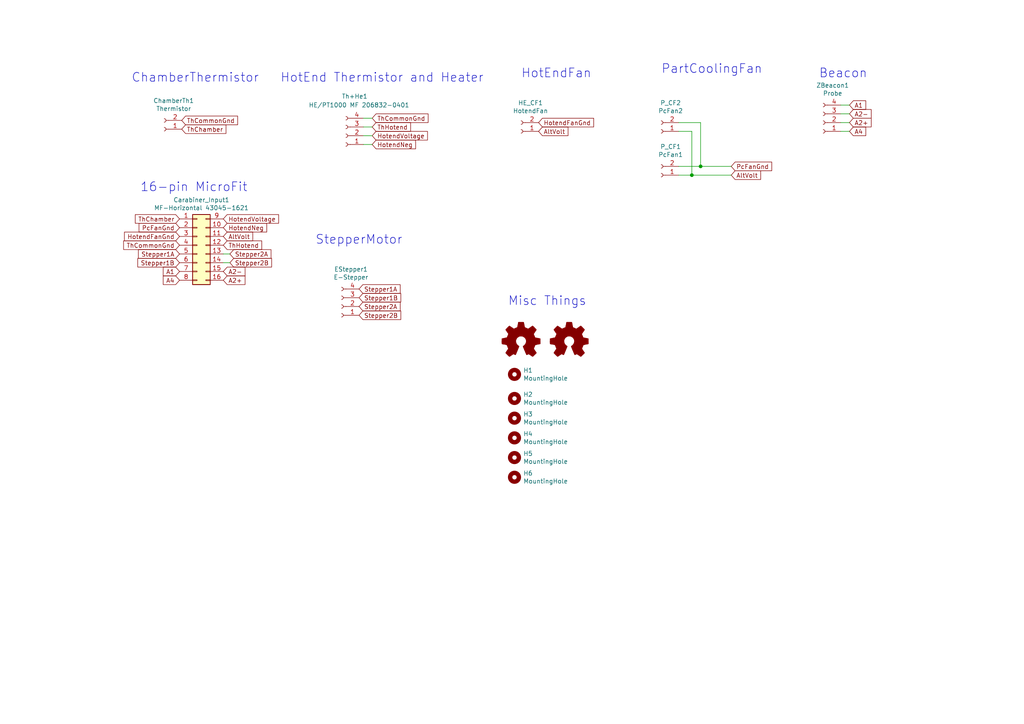
<source format=kicad_sch>
(kicad_sch (version 20211123) (generator eeschema)
  (paper "A4")
  (lib_symbols
    (symbol "Connector:Conn_01x02_Female" (pin_names (offset 1.016) hide)
      (property "Reference" "J" (at 0 2.54 0))
      (property "Value" "Conn_01x02_Female" (at 0 -5.08 0))
      (symbol "Conn_01x02_Female_1_1"
        (arc (start 0 -2.032) (mid -0.508 -2.54) (end 0 -3.048) (stroke (width 0.1524)))
        (polyline (pts (xy -1.27 -2.54) (xy -0.508 -2.54)) (stroke (width 0.1524)))
        (polyline (pts (xy -1.27 0) (xy -0.508 0)) (stroke (width 0.1524)))
        (arc (start 0 0.508) (mid -0.508 0) (end 0 -0.508) (stroke (width 0.1524)))
        (pin passive line (at -5.08 0 0) (length 3.81) (name "Pin_1") (number "1"))
        (pin passive line (at -5.08 -2.54 0) (length 3.81) (name "Pin_2") (number "2"))
      )
    )
    (symbol "Connector:Conn_01x04_Female" (pin_names (offset 1.016) hide)
      (property "Reference" "J" (at 0 5.08 0))
      (property "Value" "Conn_01x04_Female" (at 0 -7.62 0))
      (symbol "Conn_01x04_Female_1_1"
        (arc (start 0 -4.572) (mid -0.508 -5.08) (end 0 -5.588) (stroke (width 0.1524)))
        (arc (start 0 -2.032) (mid -0.508 -2.54) (end 0 -3.048) (stroke (width 0.1524)))
        (polyline (pts (xy -1.27 -5.08) (xy -0.508 -5.08)) (stroke (width 0.1524)))
        (polyline (pts (xy -1.27 -2.54) (xy -0.508 -2.54)) (stroke (width 0.1524)))
        (polyline (pts (xy -1.27 0) (xy -0.508 0)) (stroke (width 0.1524)))
        (polyline (pts (xy -1.27 2.54) (xy -0.508 2.54)) (stroke (width 0.1524)))
        (arc (start 0 0.508) (mid -0.508 0) (end 0 -0.508) (stroke (width 0.1524)))
        (arc (start 0 3.048) (mid -0.508 2.54) (end 0 2.032) (stroke (width 0.1524)))
        (pin passive line (at -5.08 2.54 0) (length 3.81) (name "Pin_1") (number "1"))
        (pin passive line (at -5.08 0 0) (length 3.81) (name "Pin_2") (number "2"))
        (pin passive line (at -5.08 -2.54 0) (length 3.81) (name "Pin_3") (number "3"))
        (pin passive line (at -5.08 -5.08 0) (length 3.81) (name "Pin_4") (number "4"))
      )
    )
    (symbol "Connector_Generic:Conn_02x08_Top_Bottom" (pin_names (offset 1.016) hide)
      (property "Reference" "J" (at 1.27 10.16 0))
      (property "Value" "Conn_02x08_Top_Bottom" (at 1.27 -12.7 0))
      (symbol "Conn_02x08_Top_Bottom_1_1"
        (rectangle (start -1.27 -10.033) (end 0 -10.287) (stroke (width 0.1524)))
        (rectangle (start -1.27 -7.493) (end 0 -7.747) (stroke (width 0.1524)))
        (rectangle (start -1.27 -4.953) (end 0 -5.207) (stroke (width 0.1524)))
        (rectangle (start -1.27 -2.413) (end 0 -2.667) (stroke (width 0.1524)))
        (rectangle (start -1.27 0.127) (end 0 -0.127) (stroke (width 0.1524)))
        (rectangle (start -1.27 2.667) (end 0 2.413) (stroke (width 0.1524)))
        (rectangle (start -1.27 5.207) (end 0 4.953) (stroke (width 0.1524)))
        (rectangle (start -1.27 7.747) (end 0 7.493) (stroke (width 0.1524)))
        (rectangle (start -1.27 8.89) (end 3.81 -11.43) (stroke (width 0.254)) (fill (type background)))
        (rectangle (start 3.81 -10.033) (end 2.54 -10.287) (stroke (width 0.1524)))
        (rectangle (start 3.81 -7.493) (end 2.54 -7.747) (stroke (width 0.1524)))
        (rectangle (start 3.81 -4.953) (end 2.54 -5.207) (stroke (width 0.1524)))
        (rectangle (start 3.81 -2.413) (end 2.54 -2.667) (stroke (width 0.1524)))
        (rectangle (start 3.81 0.127) (end 2.54 -0.127) (stroke (width 0.1524)))
        (rectangle (start 3.81 2.667) (end 2.54 2.413) (stroke (width 0.1524)))
        (rectangle (start 3.81 5.207) (end 2.54 4.953) (stroke (width 0.1524)))
        (rectangle (start 3.81 7.747) (end 2.54 7.493) (stroke (width 0.1524)))
        (pin passive line (at -5.08 7.62 0) (length 3.81) (name "Pin_1") (number "1"))
        (pin passive line (at 7.62 5.08 180) (length 3.81) (name "Pin_10") (number "10"))
        (pin passive line (at 7.62 2.54 180) (length 3.81) (name "Pin_11") (number "11"))
        (pin passive line (at 7.62 0 180) (length 3.81) (name "Pin_12") (number "12"))
        (pin passive line (at 7.62 -2.54 180) (length 3.81) (name "Pin_13") (number "13"))
        (pin passive line (at 7.62 -5.08 180) (length 3.81) (name "Pin_14") (number "14"))
        (pin passive line (at 7.62 -7.62 180) (length 3.81) (name "Pin_15") (number "15"))
        (pin passive line (at 7.62 -10.16 180) (length 3.81) (name "Pin_16") (number "16"))
        (pin passive line (at -5.08 5.08 0) (length 3.81) (name "Pin_2") (number "2"))
        (pin passive line (at -5.08 2.54 0) (length 3.81) (name "Pin_3") (number "3"))
        (pin passive line (at -5.08 0 0) (length 3.81) (name "Pin_4") (number "4"))
        (pin passive line (at -5.08 -2.54 0) (length 3.81) (name "Pin_5") (number "5"))
        (pin passive line (at -5.08 -5.08 0) (length 3.81) (name "Pin_6") (number "6"))
        (pin passive line (at -5.08 -7.62 0) (length 3.81) (name "Pin_7") (number "7"))
        (pin passive line (at -5.08 -10.16 0) (length 3.81) (name "Pin_8") (number "8"))
        (pin passive line (at 7.62 7.62 180) (length 3.81) (name "Pin_9") (number "9"))
      )
    )
    (symbol "Graphic:Logo_Open_Hardware_Small" (pin_names (offset 1.016))
      (symbol "Logo_Open_Hardware_Small_0_1"
        (polyline (pts (xy 3.3528 -4.3434) (xy 3.302 -4.318) (xy 3.175 -4.2418) (xy 2.9972 -4.1148) (xy 2.7686 -3.9624) (xy 2.54 -3.81) (xy 2.3622 -3.7084) (xy 2.2352 -3.6068) (xy 2.1844 -3.5814) (xy 2.159 -3.6068) (xy 2.0574 -3.6576) (xy 1.905 -3.7338) (xy 1.8034 -3.7846) (xy 1.6764 -3.8354) (xy 1.6002 -3.8354) (xy 1.6002 -3.8354) (xy 1.5494 -3.7338) (xy 1.4732 -3.5306) (xy 1.3462 -3.302) (xy 1.2446 -3.0226) (xy 1.1176 -2.7178) (xy 0.9652 -2.413) (xy 0.8636 -2.1082) (xy 0.7366 -1.8288) (xy 0.6604 -1.6256) (xy 0.6096 -1.4732) (xy 0.5842 -1.397) (xy 0.5842 -1.397) (xy 0.6604 -1.3208) (xy 0.7874 -1.2446) (xy 1.0414 -1.016) (xy 1.2954 -0.6858) (xy 1.4478 -0.3302) (xy 1.524 0.0762) (xy 1.4732 0.4572) (xy 1.3208 0.8128) (xy 1.0668 1.143) (xy 0.762 1.3716) (xy 0.4064 1.524) (xy 0 1.5748) (xy -0.381 1.5494) (xy -0.7366 1.397) (xy -1.0668 1.143) (xy -1.2192 0.9906) (xy -1.397 0.6604) (xy -1.524 0.3048) (xy -1.524 0.2286) (xy -1.4986 -0.1778) (xy -1.397 -0.5334) (xy -1.1938 -0.8636) (xy -0.9144 -1.143) (xy -0.8636 -1.1684) (xy -0.7366 -1.27) (xy -0.635 -1.3462) (xy -0.5842 -1.397) (xy -1.0668 -2.5908) (xy -1.143 -2.794) (xy -1.2954 -3.1242) (xy -1.397 -3.4036) (xy -1.4986 -3.6322) (xy -1.5748 -3.7846) (xy -1.6002 -3.8354) (xy -1.6002 -3.8354) (xy -1.651 -3.8354) (xy -1.7272 -3.81) (xy -1.905 -3.7338) (xy -2.0066 -3.683) (xy -2.1336 -3.6068) (xy -2.2098 -3.5814) (xy -2.2606 -3.6068) (xy -2.3622 -3.683) (xy -2.54 -3.81) (xy -2.7686 -3.9624) (xy -2.9718 -4.0894) (xy -3.1496 -4.2164) (xy -3.302 -4.318) (xy -3.3528 -4.3434) (xy -3.3782 -4.3434) (xy -3.429 -4.318) (xy -3.5306 -4.2164) (xy -3.7084 -4.064) (xy -3.937 -3.8354) (xy -3.9624 -3.81) (xy -4.1656 -3.6068) (xy -4.318 -3.4544) (xy -4.4196 -3.3274) (xy -4.445 -3.2766) (xy -4.445 -3.2766) (xy -4.4196 -3.2258) (xy -4.318 -3.0734) (xy -4.2164 -2.8956) (xy -4.064 -2.667) (xy -3.6576 -2.0828) (xy -3.8862 -1.5494) (xy -3.937 -1.3716) (xy -4.0386 -1.1684) (xy -4.0894 -1.0414) (xy -4.1148 -0.9652) (xy -4.191 -0.9398) (xy -4.318 -0.9144) (xy -4.5466 -0.8636) (xy -4.8006 -0.8128) (xy -5.0546 -0.7874) (xy -5.2578 -0.7366) (xy -5.4356 -0.7112) (xy -5.5118 -0.6858) (xy -5.5118 -0.6858) (xy -5.5372 -0.635) (xy -5.5372 -0.5588) (xy -5.5372 -0.4318) (xy -5.5626 -0.2286) (xy -5.5626 0.0762) (xy -5.5626 0.127) (xy -5.5372 0.4064) (xy -5.5372 0.635) (xy -5.5372 0.762) (xy -5.5372 0.8382) (xy -5.5372 0.8382) (xy -5.461 0.8382) (xy -5.3086 0.889) (xy -5.08 0.9144) (xy -4.826 0.9652) (xy -4.8006 0.9906) (xy -4.5466 1.0414) (xy -4.318 1.0668) (xy -4.1656 1.1176) (xy -4.0894 1.143) (xy -4.0894 1.143) (xy -4.0386 1.2446) (xy -3.9624 1.4224) (xy -3.8608 1.6256) (xy -3.7846 1.8288) (xy -3.7084 2.0066) (xy -3.6576 2.159) (xy -3.6322 2.2098) (xy -3.6322 2.2098) (xy -3.683 2.286) (xy -3.7592 2.413) (xy -3.8862 2.5908) (xy -4.064 2.8194) (xy -4.064 2.8448) (xy -4.2164 3.0734) (xy -4.3434 3.2512) (xy -4.4196 3.3782) (xy -4.445 3.4544) (xy -4.445 3.4544) (xy -4.3942 3.5052) (xy -4.2926 3.6322) (xy -4.1148 3.81) (xy -3.937 4.0132) (xy -3.8608 4.064) (xy -3.6576 4.2926) (xy -3.5052 4.4196) (xy -3.4036 4.4958) (xy -3.3528 4.5212) (xy -3.3528 4.5212) (xy -3.302 4.4704) (xy -3.1496 4.3688) (xy -2.9718 4.2418) (xy -2.7432 4.0894) (xy -2.7178 4.0894) (xy -2.4892 3.937) (xy -2.3114 3.81) (xy -2.1844 3.7084) (xy -2.1336 3.683) (xy -2.1082 3.683) (xy -2.032 3.7084) (xy -1.8542 3.7592) (xy -1.6764 3.8354) (xy -1.4732 3.937) (xy -1.27 4.0132) (xy -1.143 4.064) (xy -1.0668 4.1148) (xy -1.0668 4.1148) (xy -1.0414 4.191) (xy -1.016 4.3434) (xy -0.9652 4.572) (xy -0.9144 4.8514) (xy -0.889 4.9022) (xy -0.8382 5.1562) (xy -0.8128 5.3848) (xy -0.7874 5.5372) (xy -0.762 5.588) (xy -0.7112 5.6134) (xy -0.5842 5.6134) (xy -0.4064 5.6134) (xy -0.1524 5.6134) (xy 0.0762 5.6134) (xy 0.3302 5.6134) (xy 0.5334 5.6134) (xy 0.6858 5.588) (xy 0.7366 5.588) (xy 0.7366 5.588) (xy 0.762 5.5118) (xy 0.8128 5.334) (xy 0.8382 5.1054) (xy 0.9144 4.826) (xy 0.9144 4.7752) (xy 0.9652 4.5212) (xy 1.016 4.2926) (xy 1.0414 4.1402) (xy 1.0668 4.0894) (xy 1.0668 4.0894) (xy 1.1938 4.0386) (xy 1.3716 3.9624) (xy 1.5748 3.8608) (xy 2.0828 3.6576) (xy 2.7178 4.0894) (xy 2.7686 4.1402) (xy 2.9972 4.2926) (xy 3.175 4.4196) (xy 3.302 4.4958) (xy 3.3782 4.5212) (xy 3.3782 4.5212) (xy 3.429 4.4704) (xy 3.556 4.3434) (xy 3.7338 4.191) (xy 3.9116 3.9878) (xy 4.064 3.8354) (xy 4.2418 3.6576) (xy 4.3434 3.556) (xy 4.4196 3.4798) (xy 4.4196 3.429) (xy 4.4196 3.4036) (xy 4.3942 3.3274) (xy 4.2926 3.2004) (xy 4.1656 2.9972) (xy 4.0132 2.794) (xy 3.8862 2.5908) (xy 3.7592 2.3876) (xy 3.6576 2.2352) (xy 3.6322 2.159) (xy 3.6322 2.1336) (xy 3.683 2.0066) (xy 3.7592 1.8288) (xy 3.8608 1.6002) (xy 4.064 1.1176) (xy 4.3942 1.0414) (xy 4.5974 1.016) (xy 4.8768 0.9652) (xy 5.1308 0.9144) (xy 5.5372 0.8382) (xy 5.5626 -0.6604) (xy 5.4864 -0.6858) (xy 5.4356 -0.6858) (xy 5.2832 -0.7366) (xy 5.0546 -0.762) (xy 4.8006 -0.8128) (xy 4.5974 -0.8636) (xy 4.3688 -0.9144) (xy 4.2164 -0.9398) (xy 4.1402 -0.9398) (xy 4.1148 -0.9652) (xy 4.064 -1.0668) (xy 3.9878 -1.2446) (xy 3.9116 -1.4478) (xy 3.81 -1.651) (xy 3.7338 -1.8542) (xy 3.683 -2.0066) (xy 3.6576 -2.0828) (xy 3.683 -2.1336) (xy 3.7846 -2.2606) (xy 3.8862 -2.4638) (xy 4.0386 -2.667) (xy 4.191 -2.8956) (xy 4.318 -3.0734) (xy 4.3942 -3.2004) (xy 4.445 -3.2766) (xy 4.4196 -3.3274) (xy 4.3434 -3.429) (xy 4.1656 -3.5814) (xy 3.937 -3.8354) (xy 3.8862 -3.8608) (xy 3.683 -4.064) (xy 3.5306 -4.2164) (xy 3.4036 -4.318) (xy 3.3528 -4.3434)) (fill (type outline)))
      )
    )
    (symbol "Mechanical:MountingHole" (pin_names (offset 1.016))
      (property "Reference" "H" (at 0 5.08 0))
      (property "Value" "MountingHole" (at 0 3.175 0))
      (symbol "MountingHole_0_1"
        (circle (center 0 0) (radius 1.27) (stroke (width 1.27)))
      )
    )
  )
  (junction (at 203.2 48.26))
  (junction (at 200.66 50.8))
  (wire (pts (xy 64.77 73.66) (xy 66.675 73.66)))
  (wire (pts (xy 243.84 38.1) (xy 246.38 38.1)))
  (wire (pts (xy 105.41 39.37) (xy 107.95 39.37)))
  (wire (pts (xy 203.2 48.26) (xy 212.09 48.26)))
  (wire (pts (xy 105.41 36.83) (xy 107.95 36.83)))
  (wire (pts (xy 200.66 50.8) (xy 212.09 50.8)))
  (wire (pts (xy 203.2 35.56) (xy 203.2 48.26)))
  (wire (pts (xy 196.85 50.8) (xy 200.66 50.8)))
  (wire (pts (xy 243.84 33.02) (xy 246.38 33.02)))
  (wire (pts (xy 196.85 48.26) (xy 203.2 48.26)))
  (wire (pts (xy 105.41 41.91) (xy 107.95 41.91)))
  (wire (pts (xy 246.38 30.48) (xy 243.84 30.48)))
  (wire (pts (xy 64.77 76.2) (xy 66.675 76.2)))
  (wire (pts (xy 196.85 38.1) (xy 200.66 38.1)))
  (wire (pts (xy 200.66 38.1) (xy 200.66 50.8)))
  (wire (pts (xy 196.85 35.56) (xy 203.2 35.56)))
  (wire (pts (xy 243.84 35.56) (xy 246.38 35.56)))
  (wire (pts (xy 105.41 34.29) (xy 107.95 34.29)))
  (text "HotEndFan" (at 151.13 22.86 0) (effects (font (size 2.5654 2.5654)) (justify left bottom)))
  (text "Beacon" (at 237.49 22.86 0) (effects (font (size 2.5654 2.5654)) (justify left bottom)))
  (text "16-pin MicroFit" (at 40.64 55.88 0) (effects (font (size 2.5654 2.5654)) (justify left bottom)))
  (text "HotEnd Thermistor and Heater" (at 81.28 24.13 0) (effects (font (size 2.5654 2.5654)) (justify left bottom)))
  (text "StepperMotor" (at 91.44 71.12 0) (effects (font (size 2.5654 2.5654)) (justify left bottom)))
  (text "Misc Things" (at 147.32 88.9 0) (effects (font (size 2.5654 2.5654)) (justify left bottom)))
  (text "PartCoolingFan" (at 191.77 21.59 0) (effects (font (size 2.5654 2.5654)) (justify left bottom)))
  (text "ChamberThermistor" (at 38.1 24.13 0) (effects (font (size 2.5654 2.5654)) (justify left bottom)))
  (global_label "PcFanGnd" (shape input) (at 212.09 48.26 0) (property "Intersheet References" "${INTERSHEET_REFS}" (effects hide)))
  (global_label "HotendNeg" (shape input) (at 107.95 41.91 0) (property "Intersheet References" "${INTERSHEET_REFS}" (effects hide)))
  (global_label "Stepper2B" (shape input) (at 104.14 91.44 0) (property "Intersheet References" "${INTERSHEET_REFS}" (effects hide)))
  (global_label "HotendVoltage" (shape input) (at 107.95 39.37 0) (property "Intersheet References" "${INTERSHEET_REFS}" (effects hide)))
  (global_label "PcFanGnd" (shape input) (at 52.07 66.04 180) (property "Intersheet References" "${INTERSHEET_REFS}" (effects hide)))
  (global_label "ThChamber" (shape input) (at 52.07 63.5 180) (property "Intersheet References" "${INTERSHEET_REFS}" (effects hide)))
  (global_label "AltVolt" (shape input) (at 64.77 68.58 0) (property "Intersheet References" "${INTERSHEET_REFS}" (effects hide)))
  (global_label "Stepper1B" (shape input) (at 52.07 76.2 180) (property "Intersheet References" "${INTERSHEET_REFS}" (effects hide)))
  (global_label "Stepper2B" (shape input) (at 66.675 76.2 0) (property "Intersheet References" "${INTERSHEET_REFS}" (effects hide)))
  (global_label "A4" (shape input) (at 52.07 81.28 180) (property "Intersheet References" "${INTERSHEET_REFS}" (effects hide)))
  (global_label "AltVolt" (shape input) (at 212.09 50.8 0) (property "Intersheet References" "${INTERSHEET_REFS}" (effects hide)))
  (global_label "ThCommonGnd" (shape input) (at 52.705 34.925 0) (property "Intersheet References" "${INTERSHEET_REFS}" (effects hide)))
  (global_label "A2+" (shape input) (at 246.38 35.56 0) (property "Intersheet References" "${INTERSHEET_REFS}" (effects hide)))
  (global_label "Stepper1B" (shape input) (at 104.14 86.36 0) (property "Intersheet References" "${INTERSHEET_REFS}" (effects hide)))
  (global_label "Stepper2A" (shape input) (at 104.14 88.9 0) (property "Intersheet References" "${INTERSHEET_REFS}" (effects hide)))
  (global_label "Stepper2A" (shape input) (at 66.675 73.66 0) (property "Intersheet References" "${INTERSHEET_REFS}" (effects hide)))
  (global_label "A1" (shape input) (at 246.38 30.48 0) (property "Intersheet References" "${INTERSHEET_REFS}" (effects hide)))
  (global_label "Stepper1A" (shape input) (at 104.14 83.82 0) (property "Intersheet References" "${INTERSHEET_REFS}" (effects hide)))
  (global_label "A2-" (shape input) (at 246.38 33.02 0) (property "Intersheet References" "${INTERSHEET_REFS}" (effects hide)))
  (global_label "A4" (shape input) (at 246.38 38.1 0) (property "Intersheet References" "${INTERSHEET_REFS}" (effects hide)))
  (global_label "ThHotend" (shape input) (at 107.95 36.83 0) (property "Intersheet References" "${INTERSHEET_REFS}" (effects hide)))
  (global_label "ThCommonGnd" (shape input) (at 107.95 34.29 0) (property "Intersheet References" "${INTERSHEET_REFS}" (effects hide)))
  (global_label "ThHotend" (shape input) (at 64.77 71.12 0) (property "Intersheet References" "${INTERSHEET_REFS}" (effects hide)))
  (global_label "AltVolt" (shape input) (at 156.21 38.1 0) (property "Intersheet References" "${INTERSHEET_REFS}" (effects hide)))
  (global_label "HotendNeg" (shape input) (at 64.77 66.04 0) (property "Intersheet References" "${INTERSHEET_REFS}" (effects hide)))
  (global_label "HotendFanGnd" (shape input) (at 52.07 68.58 180) (property "Intersheet References" "${INTERSHEET_REFS}" (effects hide)))
  (global_label "A2-" (shape input) (at 64.77 78.74 0) (property "Intersheet References" "${INTERSHEET_REFS}" (effects hide)))
  (global_label "ThCommonGnd" (shape input) (at 52.07 71.12 180) (property "Intersheet References" "${INTERSHEET_REFS}" (effects hide)))
  (global_label "A2+" (shape input) (at 64.77 81.28 0) (property "Intersheet References" "${INTERSHEET_REFS}" (effects hide)))
  (global_label "ThChamber" (shape input) (at 52.705 37.465 0) (property "Intersheet References" "${INTERSHEET_REFS}" (effects hide)))
  (global_label "A1" (shape input) (at 52.07 78.74 180) (property "Intersheet References" "${INTERSHEET_REFS}" (effects hide)))
  (global_label "Stepper1A" (shape input) (at 52.07 73.66 180) (property "Intersheet References" "${INTERSHEET_REFS}" (effects hide)))
  (global_label "HotendVoltage" (shape input) (at 64.77 63.5 0) (property "Intersheet References" "${INTERSHEET_REFS}" (effects hide)))
  (global_label "HotendFanGnd" (shape input) (at 156.21 35.56 0) (property "Intersheet References" "${INTERSHEET_REFS}" (effects hide)))
  (symbol (lib_id "Connector:Conn_01x02_Female") (at 191.77 50.8 180) (unit 1)
    (property "Reference" "P_CF1" (at 194.5132 42.545 0))
    (property "Value" "PcFan1" (at 194.5132 44.8564 0))
    (property "Footprint" "Connector_JST:JST_XH_B2B-XH-A_1x02_P2.50mm_Vertical" (effects hide))
  )
  (symbol (lib_id "Connector:Conn_01x02_Female") (at 151.13 38.1 180) (unit 1)
    (property "Reference" "HE_CF1" (at 153.8732 29.845 0))
    (property "Value" "HotendFan" (at 153.8732 32.1564 0))
    (property "Footprint" "Connector_JST:JST_XH_B2B-XH-A_1x02_P2.50mm_Vertical" (effects hide))
  )
  (symbol (lib_id "Connector:Conn_01x04_Female") (at 238.76 35.56 180) (unit 1)
    (property "Reference" "ZBeacon1" (at 241.5032 24.765 0))
    (property "Value" "Probe" (at 241.5032 27.0764 0))
    (property "Footprint" "Connector_JST:JST_XH_B4B-XH-A_1x04_P2.50mm_Vertical" (effects hide))
  )
  (symbol (lib_id "Connector:Conn_01x04_Female") (at 99.06 88.9 180) (unit 1)
    (property "Reference" "EStepper1" (at 101.8032 78.105 0))
    (property "Value" "E-Stepper" (at 101.8032 80.4164 0))
    (property "Footprint" "Connector_JST:JST_XH_B4B-XH-A_1x04_P2.50mm_Vertical" (effects hide))
  )
  (symbol (lib_id "Mechanical:MountingHole") (at 149.225 108.585 0) (unit 1)
    (property "Reference" "H1" (at 151.765 107.4166 0) (effects (justify left)))
    (property "Value" "MountingHole" (at 151.765 109.728 0) (effects (justify left)))
    (property "Footprint" "MountingHole:MountingHole_4.5mm_Pad" (effects hide))
  )
  (symbol (lib_id "Mechanical:MountingHole") (at 149.225 115.57 0) (unit 1)
    (property "Reference" "H2" (at 151.765 114.4016 0) (effects (justify left)))
    (property "Value" "MountingHole" (at 151.765 116.713 0) (effects (justify left)))
    (property "Footprint" "MountingHole:MountingHole_4.5mm_Pad" (effects hide))
  )
  (symbol (lib_id "Connector:Conn_01x02_Female") (at 47.625 37.465 180) (unit 1)
    (property "Reference" "ChamberTh1" (at 50.3682 29.21 0))
    (property "Value" "Thermistor" (at 50.3682 31.5214 0))
    (property "Footprint" "Annex:0603_to_1206_THT" (effects hide))
  )
  (symbol (lib_id "Connector:Conn_01x04_Female") (at 100.33 39.37 180) (unit 1)
    (property "Reference" "Th+He1" (at 102.87 27.94 0))
    (property "Value" "HE/PT1000 MF 206832-0401" (at 104.14 30.48 0))
    (property "Footprint" "Connector_Molex:Molex_Micro-Fit_3.0_43045-0412_2x02_P3.00mm_Vertical" (effects hide))
  )
  (symbol (lib_id "Connector_Generic:Conn_02x08_Top_Bottom") (at 57.15 71.12 0) (unit 1)
    (property "Reference" "Carabiner_Input1" (at 58.42 57.9882 0))
    (property "Value" "MF-Horizontal 43045-1621" (at 58.42 60.2996 0))
    (property "Footprint" "Connector_Molex:Molex_Micro-Fit_3.0_43045-1600_2x08_P3.00mm_Horizontal" (effects hide))
  )
  (symbol (lib_id "Graphic:Logo_Open_Hardware_Small") (at 151.13 99.06 0) (unit 1)
    (property "Reference" "LOGO1" (effects hide))
    (property "Value" "Logo_Open_Hardware_Small" (effects hide))
    (property "Footprint" "ANNEX:AnnexLogoFSilk" (effects hide))
  )
  (symbol (lib_id "Graphic:Logo_Open_Hardware_Small") (at 165.1 99.06 0) (unit 1)
    (property "Reference" "LOGO2" (effects hide))
    (property "Value" "Logo_Open_Hardware_Small" (effects hide))
    (property "Footprint" "ANNEX:AnnexLogoFSilk" (effects hide))
  )
  (symbol (lib_id "Mechanical:MountingHole") (at 149.225 127 0) (unit 1)
    (property "Reference" "H4" (at 151.765 125.8316 0) (effects (justify left)))
    (property "Value" "MountingHole" (at 151.765 128.143 0) (effects (justify left)))
    (property "Footprint" "MountingHole:MountingHole_3.5mm_Pad" (effects hide))
  )
  (symbol (lib_id "Mechanical:MountingHole") (at 149.225 138.43 0) (unit 1)
    (property "Reference" "H6" (at 151.765 137.2616 0) (effects (justify left)))
    (property "Value" "MountingHole" (at 151.765 139.573 0) (effects (justify left)))
    (property "Footprint" "MountingHole:MountingHole_3.5mm_Pad" (effects hide))
  )
  (symbol (lib_id "Connector:Conn_01x02_Female") (at 191.77 38.1 180) (unit 1)
    (property "Reference" "P_CF2" (at 194.5132 29.845 0))
    (property "Value" "PcFan2" (at 194.5132 32.1564 0))
    (property "Footprint" "Connector_JST:JST_XH_B2B-XH-A_1x02_P2.50mm_Vertical" (effects hide))
  )
  (symbol (lib_id "Mechanical:MountingHole") (at 149.225 132.715 0) (unit 1)
    (property "Reference" "H5" (at 151.765 131.5466 0) (effects (justify left)))
    (property "Value" "MountingHole" (at 151.765 133.858 0) (effects (justify left)))
    (property "Footprint" "MountingHole:MountingHole_3.5mm_Pad" (effects hide))
  )
  (symbol (lib_id "Mechanical:MountingHole") (at 149.225 121.285 0) (unit 1)
    (property "Reference" "H3" (at 151.765 120.1166 0) (effects (justify left)))
    (property "Value" "MountingHole" (at 151.765 122.428 0) (effects (justify left)))
    (property "Footprint" "MountingHole:MountingHole_3.5mm_Pad" (effects hide))
  )
)
</source>
